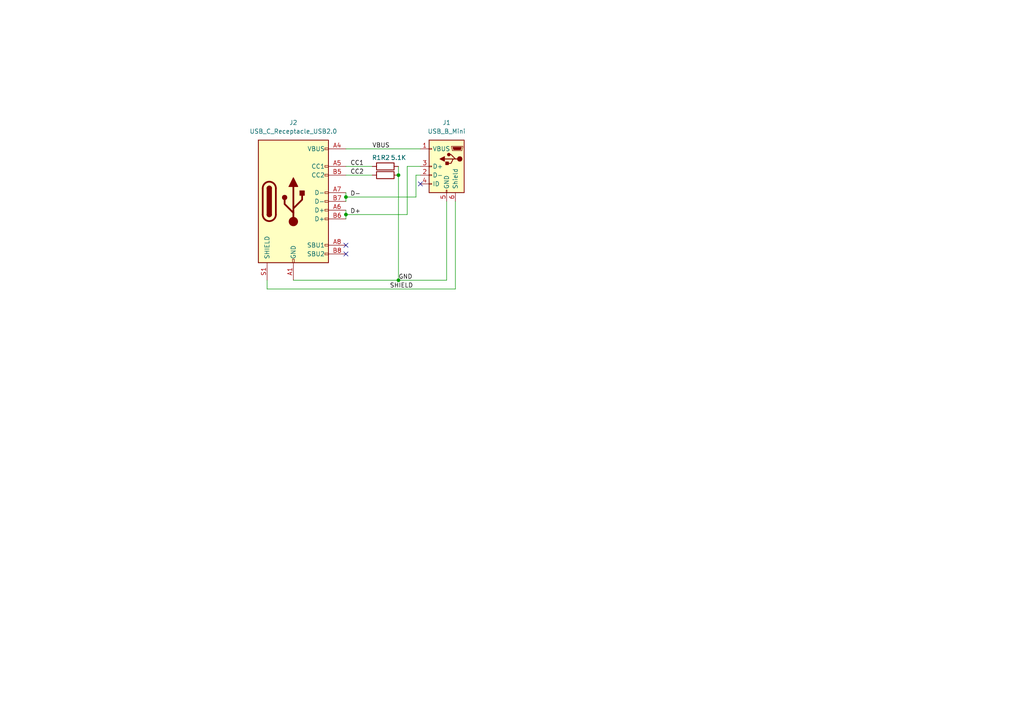
<source format=kicad_sch>
(kicad_sch (version 20230121) (generator eeschema)

  (uuid fa79620b-6c25-4370-a3f5-b12638ef0c93)

  (paper "A4")

  (lib_symbols
    (symbol "Connector:USB_B_Mini" (pin_names (offset 1.016)) (in_bom yes) (on_board yes)
      (property "Reference" "J" (at -5.08 11.43 0)
        (effects (font (size 1.27 1.27)) (justify left))
      )
      (property "Value" "USB_B_Mini" (at -5.08 8.89 0)
        (effects (font (size 1.27 1.27)) (justify left))
      )
      (property "Footprint" "" (at 3.81 -1.27 0)
        (effects (font (size 1.27 1.27)) hide)
      )
      (property "Datasheet" "~" (at 3.81 -1.27 0)
        (effects (font (size 1.27 1.27)) hide)
      )
      (property "ki_keywords" "connector USB mini" (at 0 0 0)
        (effects (font (size 1.27 1.27)) hide)
      )
      (property "ki_description" "USB Mini Type B connector" (at 0 0 0)
        (effects (font (size 1.27 1.27)) hide)
      )
      (property "ki_fp_filters" "USB*" (at 0 0 0)
        (effects (font (size 1.27 1.27)) hide)
      )
      (symbol "USB_B_Mini_0_1"
        (rectangle (start -5.08 -7.62) (end 5.08 7.62)
          (stroke (width 0.254) (type default))
          (fill (type background))
        )
        (circle (center -3.81 2.159) (radius 0.635)
          (stroke (width 0.254) (type default))
          (fill (type outline))
        )
        (circle (center -0.635 3.429) (radius 0.381)
          (stroke (width 0.254) (type default))
          (fill (type outline))
        )
        (rectangle (start -0.127 -7.62) (end 0.127 -6.858)
          (stroke (width 0) (type default))
          (fill (type none))
        )
        (polyline
          (pts
            (xy -1.905 2.159)
            (xy 0.635 2.159)
          )
          (stroke (width 0.254) (type default))
          (fill (type none))
        )
        (polyline
          (pts
            (xy -3.175 2.159)
            (xy -2.54 2.159)
            (xy -1.27 3.429)
            (xy -0.635 3.429)
          )
          (stroke (width 0.254) (type default))
          (fill (type none))
        )
        (polyline
          (pts
            (xy -2.54 2.159)
            (xy -1.905 2.159)
            (xy -1.27 0.889)
            (xy 0 0.889)
          )
          (stroke (width 0.254) (type default))
          (fill (type none))
        )
        (polyline
          (pts
            (xy 0.635 2.794)
            (xy 0.635 1.524)
            (xy 1.905 2.159)
            (xy 0.635 2.794)
          )
          (stroke (width 0.254) (type default))
          (fill (type outline))
        )
        (polyline
          (pts
            (xy -4.318 5.588)
            (xy -1.778 5.588)
            (xy -2.032 4.826)
            (xy -4.064 4.826)
            (xy -4.318 5.588)
          )
          (stroke (width 0) (type default))
          (fill (type outline))
        )
        (polyline
          (pts
            (xy -4.699 5.842)
            (xy -4.699 5.588)
            (xy -4.445 4.826)
            (xy -4.445 4.572)
            (xy -1.651 4.572)
            (xy -1.651 4.826)
            (xy -1.397 5.588)
            (xy -1.397 5.842)
            (xy -4.699 5.842)
          )
          (stroke (width 0) (type default))
          (fill (type none))
        )
        (rectangle (start 0.254 1.27) (end -0.508 0.508)
          (stroke (width 0.254) (type default))
          (fill (type outline))
        )
        (rectangle (start 5.08 -5.207) (end 4.318 -4.953)
          (stroke (width 0) (type default))
          (fill (type none))
        )
        (rectangle (start 5.08 -2.667) (end 4.318 -2.413)
          (stroke (width 0) (type default))
          (fill (type none))
        )
        (rectangle (start 5.08 -0.127) (end 4.318 0.127)
          (stroke (width 0) (type default))
          (fill (type none))
        )
        (rectangle (start 5.08 4.953) (end 4.318 5.207)
          (stroke (width 0) (type default))
          (fill (type none))
        )
      )
      (symbol "USB_B_Mini_1_1"
        (pin power_out line (at 7.62 5.08 180) (length 2.54)
          (name "VBUS" (effects (font (size 1.27 1.27))))
          (number "1" (effects (font (size 1.27 1.27))))
        )
        (pin bidirectional line (at 7.62 -2.54 180) (length 2.54)
          (name "D-" (effects (font (size 1.27 1.27))))
          (number "2" (effects (font (size 1.27 1.27))))
        )
        (pin bidirectional line (at 7.62 0 180) (length 2.54)
          (name "D+" (effects (font (size 1.27 1.27))))
          (number "3" (effects (font (size 1.27 1.27))))
        )
        (pin passive line (at 7.62 -5.08 180) (length 2.54)
          (name "ID" (effects (font (size 1.27 1.27))))
          (number "4" (effects (font (size 1.27 1.27))))
        )
        (pin power_out line (at 0 -10.16 90) (length 2.54)
          (name "GND" (effects (font (size 1.27 1.27))))
          (number "5" (effects (font (size 1.27 1.27))))
        )
        (pin passive line (at -2.54 -10.16 90) (length 2.54)
          (name "Shield" (effects (font (size 1.27 1.27))))
          (number "6" (effects (font (size 1.27 1.27))))
        )
      )
    )
    (symbol "Connector:USB_C_Receptacle_USB2.0" (pin_names (offset 1.016)) (in_bom yes) (on_board yes)
      (property "Reference" "J" (at -10.16 19.05 0)
        (effects (font (size 1.27 1.27)) (justify left))
      )
      (property "Value" "USB_C_Receptacle_USB2.0" (at 19.05 19.05 0)
        (effects (font (size 1.27 1.27)) (justify right))
      )
      (property "Footprint" "" (at 3.81 0 0)
        (effects (font (size 1.27 1.27)) hide)
      )
      (property "Datasheet" "https://www.usb.org/sites/default/files/documents/usb_type-c.zip" (at 3.81 0 0)
        (effects (font (size 1.27 1.27)) hide)
      )
      (property "ki_keywords" "usb universal serial bus type-C USB2.0" (at 0 0 0)
        (effects (font (size 1.27 1.27)) hide)
      )
      (property "ki_description" "USB 2.0-only Type-C Receptacle connector" (at 0 0 0)
        (effects (font (size 1.27 1.27)) hide)
      )
      (property "ki_fp_filters" "USB*C*Receptacle*" (at 0 0 0)
        (effects (font (size 1.27 1.27)) hide)
      )
      (symbol "USB_C_Receptacle_USB2.0_0_0"
        (rectangle (start -0.254 -17.78) (end 0.254 -16.764)
          (stroke (width 0) (type default))
          (fill (type none))
        )
        (rectangle (start 10.16 -14.986) (end 9.144 -15.494)
          (stroke (width 0) (type default))
          (fill (type none))
        )
        (rectangle (start 10.16 -12.446) (end 9.144 -12.954)
          (stroke (width 0) (type default))
          (fill (type none))
        )
        (rectangle (start 10.16 -4.826) (end 9.144 -5.334)
          (stroke (width 0) (type default))
          (fill (type none))
        )
        (rectangle (start 10.16 -2.286) (end 9.144 -2.794)
          (stroke (width 0) (type default))
          (fill (type none))
        )
        (rectangle (start 10.16 0.254) (end 9.144 -0.254)
          (stroke (width 0) (type default))
          (fill (type none))
        )
        (rectangle (start 10.16 2.794) (end 9.144 2.286)
          (stroke (width 0) (type default))
          (fill (type none))
        )
        (rectangle (start 10.16 7.874) (end 9.144 7.366)
          (stroke (width 0) (type default))
          (fill (type none))
        )
        (rectangle (start 10.16 10.414) (end 9.144 9.906)
          (stroke (width 0) (type default))
          (fill (type none))
        )
        (rectangle (start 10.16 15.494) (end 9.144 14.986)
          (stroke (width 0) (type default))
          (fill (type none))
        )
      )
      (symbol "USB_C_Receptacle_USB2.0_0_1"
        (rectangle (start -10.16 17.78) (end 10.16 -17.78)
          (stroke (width 0.254) (type default))
          (fill (type background))
        )
        (arc (start -8.89 -3.81) (mid -6.985 -5.7067) (end -5.08 -3.81)
          (stroke (width 0.508) (type default))
          (fill (type none))
        )
        (arc (start -7.62 -3.81) (mid -6.985 -4.4423) (end -6.35 -3.81)
          (stroke (width 0.254) (type default))
          (fill (type none))
        )
        (arc (start -7.62 -3.81) (mid -6.985 -4.4423) (end -6.35 -3.81)
          (stroke (width 0.254) (type default))
          (fill (type outline))
        )
        (rectangle (start -7.62 -3.81) (end -6.35 3.81)
          (stroke (width 0.254) (type default))
          (fill (type outline))
        )
        (arc (start -6.35 3.81) (mid -6.985 4.4423) (end -7.62 3.81)
          (stroke (width 0.254) (type default))
          (fill (type none))
        )
        (arc (start -6.35 3.81) (mid -6.985 4.4423) (end -7.62 3.81)
          (stroke (width 0.254) (type default))
          (fill (type outline))
        )
        (arc (start -5.08 3.81) (mid -6.985 5.7067) (end -8.89 3.81)
          (stroke (width 0.508) (type default))
          (fill (type none))
        )
        (circle (center -2.54 1.143) (radius 0.635)
          (stroke (width 0.254) (type default))
          (fill (type outline))
        )
        (circle (center 0 -5.842) (radius 1.27)
          (stroke (width 0) (type default))
          (fill (type outline))
        )
        (polyline
          (pts
            (xy -8.89 -3.81)
            (xy -8.89 3.81)
          )
          (stroke (width 0.508) (type default))
          (fill (type none))
        )
        (polyline
          (pts
            (xy -5.08 3.81)
            (xy -5.08 -3.81)
          )
          (stroke (width 0.508) (type default))
          (fill (type none))
        )
        (polyline
          (pts
            (xy 0 -5.842)
            (xy 0 4.318)
          )
          (stroke (width 0.508) (type default))
          (fill (type none))
        )
        (polyline
          (pts
            (xy 0 -3.302)
            (xy -2.54 -0.762)
            (xy -2.54 0.508)
          )
          (stroke (width 0.508) (type default))
          (fill (type none))
        )
        (polyline
          (pts
            (xy 0 -2.032)
            (xy 2.54 0.508)
            (xy 2.54 1.778)
          )
          (stroke (width 0.508) (type default))
          (fill (type none))
        )
        (polyline
          (pts
            (xy -1.27 4.318)
            (xy 0 6.858)
            (xy 1.27 4.318)
            (xy -1.27 4.318)
          )
          (stroke (width 0.254) (type default))
          (fill (type outline))
        )
        (rectangle (start 1.905 1.778) (end 3.175 3.048)
          (stroke (width 0.254) (type default))
          (fill (type outline))
        )
      )
      (symbol "USB_C_Receptacle_USB2.0_1_1"
        (pin passive line (at 0 -22.86 90) (length 5.08)
          (name "GND" (effects (font (size 1.27 1.27))))
          (number "A1" (effects (font (size 1.27 1.27))))
        )
        (pin passive line (at 0 -22.86 90) (length 5.08) hide
          (name "GND" (effects (font (size 1.27 1.27))))
          (number "A12" (effects (font (size 1.27 1.27))))
        )
        (pin passive line (at 15.24 15.24 180) (length 5.08)
          (name "VBUS" (effects (font (size 1.27 1.27))))
          (number "A4" (effects (font (size 1.27 1.27))))
        )
        (pin bidirectional line (at 15.24 10.16 180) (length 5.08)
          (name "CC1" (effects (font (size 1.27 1.27))))
          (number "A5" (effects (font (size 1.27 1.27))))
        )
        (pin bidirectional line (at 15.24 -2.54 180) (length 5.08)
          (name "D+" (effects (font (size 1.27 1.27))))
          (number "A6" (effects (font (size 1.27 1.27))))
        )
        (pin bidirectional line (at 15.24 2.54 180) (length 5.08)
          (name "D-" (effects (font (size 1.27 1.27))))
          (number "A7" (effects (font (size 1.27 1.27))))
        )
        (pin bidirectional line (at 15.24 -12.7 180) (length 5.08)
          (name "SBU1" (effects (font (size 1.27 1.27))))
          (number "A8" (effects (font (size 1.27 1.27))))
        )
        (pin passive line (at 15.24 15.24 180) (length 5.08) hide
          (name "VBUS" (effects (font (size 1.27 1.27))))
          (number "A9" (effects (font (size 1.27 1.27))))
        )
        (pin passive line (at 0 -22.86 90) (length 5.08) hide
          (name "GND" (effects (font (size 1.27 1.27))))
          (number "B1" (effects (font (size 1.27 1.27))))
        )
        (pin passive line (at 0 -22.86 90) (length 5.08) hide
          (name "GND" (effects (font (size 1.27 1.27))))
          (number "B12" (effects (font (size 1.27 1.27))))
        )
        (pin passive line (at 15.24 15.24 180) (length 5.08) hide
          (name "VBUS" (effects (font (size 1.27 1.27))))
          (number "B4" (effects (font (size 1.27 1.27))))
        )
        (pin bidirectional line (at 15.24 7.62 180) (length 5.08)
          (name "CC2" (effects (font (size 1.27 1.27))))
          (number "B5" (effects (font (size 1.27 1.27))))
        )
        (pin bidirectional line (at 15.24 -5.08 180) (length 5.08)
          (name "D+" (effects (font (size 1.27 1.27))))
          (number "B6" (effects (font (size 1.27 1.27))))
        )
        (pin bidirectional line (at 15.24 0 180) (length 5.08)
          (name "D-" (effects (font (size 1.27 1.27))))
          (number "B7" (effects (font (size 1.27 1.27))))
        )
        (pin bidirectional line (at 15.24 -15.24 180) (length 5.08)
          (name "SBU2" (effects (font (size 1.27 1.27))))
          (number "B8" (effects (font (size 1.27 1.27))))
        )
        (pin passive line (at 15.24 15.24 180) (length 5.08) hide
          (name "VBUS" (effects (font (size 1.27 1.27))))
          (number "B9" (effects (font (size 1.27 1.27))))
        )
        (pin passive line (at -7.62 -22.86 90) (length 5.08)
          (name "SHIELD" (effects (font (size 1.27 1.27))))
          (number "S1" (effects (font (size 1.27 1.27))))
        )
      )
    )
    (symbol "Device:R" (pin_numbers hide) (pin_names (offset 0)) (in_bom yes) (on_board yes)
      (property "Reference" "R" (at 2.032 0 90)
        (effects (font (size 1.27 1.27)))
      )
      (property "Value" "R" (at 0 0 90)
        (effects (font (size 1.27 1.27)))
      )
      (property "Footprint" "" (at -1.778 0 90)
        (effects (font (size 1.27 1.27)) hide)
      )
      (property "Datasheet" "~" (at 0 0 0)
        (effects (font (size 1.27 1.27)) hide)
      )
      (property "ki_keywords" "R res resistor" (at 0 0 0)
        (effects (font (size 1.27 1.27)) hide)
      )
      (property "ki_description" "Resistor" (at 0 0 0)
        (effects (font (size 1.27 1.27)) hide)
      )
      (property "ki_fp_filters" "R_*" (at 0 0 0)
        (effects (font (size 1.27 1.27)) hide)
      )
      (symbol "R_0_1"
        (rectangle (start -1.016 -2.54) (end 1.016 2.54)
          (stroke (width 0.254) (type default))
          (fill (type none))
        )
      )
      (symbol "R_1_1"
        (pin passive line (at 0 3.81 270) (length 1.27)
          (name "~" (effects (font (size 1.27 1.27))))
          (number "1" (effects (font (size 1.27 1.27))))
        )
        (pin passive line (at 0 -3.81 90) (length 1.27)
          (name "~" (effects (font (size 1.27 1.27))))
          (number "2" (effects (font (size 1.27 1.27))))
        )
      )
    )
  )

  (junction (at 100.33 62.23) (diameter 0) (color 0 0 0 0)
    (uuid 440d09d4-2fa7-4221-a2ef-46d314733a5e)
  )
  (junction (at 100.33 57.15) (diameter 0) (color 0 0 0 0)
    (uuid a42a20b9-fbcb-4d39-8739-86955c6adb6d)
  )
  (junction (at 115.57 81.28) (diameter 0) (color 0 0 0 0)
    (uuid bb060095-c2ad-4686-9cbc-5beea2c28734)
  )
  (junction (at 115.57 50.8) (diameter 0) (color 0 0 0 0)
    (uuid ce1f72dd-0345-471c-a6df-07bcb62b9b51)
  )

  (no_connect (at 121.92 53.34) (uuid 6971eef9-7e0d-49f4-bbb7-2b18dcfe8deb))
  (no_connect (at 100.33 71.12) (uuid ababdc49-5af7-4e59-b2b7-5c2aa6aff2f3))
  (no_connect (at 100.33 73.66) (uuid c7341a29-0e08-45d4-8d00-1dec1e3ab14f))

  (wire (pts (xy 107.95 48.26) (xy 100.33 48.26))
    (stroke (width 0) (type default))
    (uuid 00c3199f-5396-4b56-afff-fa345495cbec)
  )
  (wire (pts (xy 115.57 50.8) (xy 115.57 81.28))
    (stroke (width 0) (type default))
    (uuid 12669f8d-6036-4e77-81b6-34dcde140ba6)
  )
  (wire (pts (xy 115.57 48.26) (xy 115.57 50.8))
    (stroke (width 0) (type default))
    (uuid 1d1214b8-fbf3-46ff-92d1-6f77b3feaeb0)
  )
  (wire (pts (xy 118.11 48.26) (xy 121.92 48.26))
    (stroke (width 0) (type default))
    (uuid 32b32c05-e5f7-4d8b-ac8f-c79a4d782545)
  )
  (wire (pts (xy 115.57 81.28) (xy 129.54 81.28))
    (stroke (width 0) (type default))
    (uuid 3363cb55-4014-43db-abf0-661e1796a34f)
  )
  (wire (pts (xy 107.95 50.8) (xy 100.33 50.8))
    (stroke (width 0) (type default))
    (uuid 339b1389-1c9e-49eb-b709-0a1b51a50913)
  )
  (wire (pts (xy 100.33 60.96) (xy 100.33 62.23))
    (stroke (width 0) (type default))
    (uuid 3b2858b5-beab-4665-acb1-5417b4539f21)
  )
  (wire (pts (xy 132.08 83.82) (xy 77.47 83.82))
    (stroke (width 0) (type default))
    (uuid 3f37441c-4af2-470f-99a7-a866f0bae509)
  )
  (wire (pts (xy 100.33 62.23) (xy 100.33 63.5))
    (stroke (width 0) (type default))
    (uuid 62501e42-244c-4f29-ac81-3f533a5c1745)
  )
  (wire (pts (xy 120.65 50.8) (xy 121.92 50.8))
    (stroke (width 0) (type default))
    (uuid 66a65fe2-8c60-45b2-8899-c15a21593588)
  )
  (wire (pts (xy 120.65 57.15) (xy 120.65 50.8))
    (stroke (width 0) (type default))
    (uuid 9072c663-f424-4178-9fca-03a13f22d44b)
  )
  (wire (pts (xy 118.11 62.23) (xy 118.11 48.26))
    (stroke (width 0) (type default))
    (uuid 908d3d9d-5a2a-435a-b7fb-ec09fa70d33c)
  )
  (wire (pts (xy 77.47 83.82) (xy 77.47 81.28))
    (stroke (width 0) (type default))
    (uuid aabedefe-f759-4fd0-aad5-5c949f111b03)
  )
  (wire (pts (xy 85.09 81.28) (xy 115.57 81.28))
    (stroke (width 0) (type default))
    (uuid b6e1ba2a-aca8-4d37-8abc-dbf4300bf3db)
  )
  (wire (pts (xy 129.54 81.28) (xy 129.54 58.42))
    (stroke (width 0) (type default))
    (uuid b84358b8-d506-45e2-88f8-94e660e6e505)
  )
  (wire (pts (xy 100.33 57.15) (xy 120.65 57.15))
    (stroke (width 0) (type default))
    (uuid b9af78d3-12df-4e58-a5e4-f00c77629c34)
  )
  (wire (pts (xy 100.33 57.15) (xy 100.33 58.42))
    (stroke (width 0) (type default))
    (uuid bbbaa87a-f04e-4c24-b7a9-ed46fa122dd8)
  )
  (wire (pts (xy 132.08 58.42) (xy 132.08 83.82))
    (stroke (width 0) (type default))
    (uuid d657296f-c189-4e81-acfe-53b2c7a82cce)
  )
  (wire (pts (xy 100.33 62.23) (xy 118.11 62.23))
    (stroke (width 0) (type default))
    (uuid eabd38c7-f7cc-49ac-96be-040adf0476ad)
  )
  (wire (pts (xy 100.33 55.88) (xy 100.33 57.15))
    (stroke (width 0) (type default))
    (uuid ee09e7e2-251e-4cb4-a8b9-9cb9c671d268)
  )
  (wire (pts (xy 100.33 43.18) (xy 121.92 43.18))
    (stroke (width 0) (type default))
    (uuid f55f42ed-3570-428d-87bb-f5ef68a5250d)
  )

  (label "CC2" (at 101.6 50.8 0) (fields_autoplaced)
    (effects (font (size 1.27 1.27)) (justify left bottom))
    (uuid 158adc86-1c77-4b46-86c8-642ecac33d59)
  )
  (label "CC1" (at 101.6 48.26 0) (fields_autoplaced)
    (effects (font (size 1.27 1.27)) (justify left bottom))
    (uuid 23944354-2665-4292-ba52-b85385a23669)
  )
  (label "VBUS" (at 107.95 43.18 0) (fields_autoplaced)
    (effects (font (size 1.27 1.27)) (justify left bottom))
    (uuid 4b5111a5-5d81-4c1e-8b08-999a8662e65b)
  )
  (label "D+" (at 101.6 62.23 0) (fields_autoplaced)
    (effects (font (size 1.27 1.27)) (justify left bottom))
    (uuid 7e2ddda4-e24e-4ab7-bab3-2740b07eff9f)
  )
  (label "GND" (at 115.57 81.28 0) (fields_autoplaced)
    (effects (font (size 1.27 1.27)) (justify left bottom))
    (uuid 9eb22fc4-fc46-4439-9d4c-01fa977b3eee)
  )
  (label "D-" (at 101.6 57.15 0) (fields_autoplaced)
    (effects (font (size 1.27 1.27)) (justify left bottom))
    (uuid eabf6e14-7167-4d8a-95d6-ac0872c3cfd7)
  )
  (label "SHIELD" (at 113.03 83.82 0) (fields_autoplaced)
    (effects (font (size 1.27 1.27)) (justify left bottom))
    (uuid f304c7d7-da2b-4e7d-b125-85213c2eddc0)
  )

  (symbol (lib_id "Device:R") (at 111.76 50.8 90) (unit 1)
    (in_bom yes) (on_board yes) (dnp no)
    (uuid 3eab070b-a793-4701-a1c8-5ce338d00170)
    (property "Reference" "R2" (at 111.76 45.72 90)
      (effects (font (size 1.27 1.27)))
    )
    (property "Value" "5.1K" (at 113.03 53.34 90)
      (effects (font (size 1.27 1.27)) hide)
    )
    (property "Footprint" "Resistor_SMD:R_0402_1005Metric_Pad0.72x0.64mm_HandSolder" (at 111.76 52.578 90)
      (effects (font (size 1.27 1.27)) hide)
    )
    (property "Datasheet" "~" (at 111.76 50.8 0)
      (effects (font (size 1.27 1.27)) hide)
    )
    (pin "1" (uuid a44d7568-9157-4ccc-b4cc-441bb90658c1))
    (pin "2" (uuid aa27d272-b17d-4a9a-b9c0-a229bac618b2))
    (instances
      (project "tascamusbc"
        (path "/fa79620b-6c25-4370-a3f5-b12638ef0c93"
          (reference "R2") (unit 1)
        )
      )
    )
  )

  (symbol (lib_id "Device:R") (at 111.76 48.26 90) (unit 1)
    (in_bom yes) (on_board yes) (dnp no)
    (uuid f27bf905-79b2-4265-9596-1678cddbf764)
    (property "Reference" "R1" (at 109.22 45.72 90)
      (effects (font (size 1.27 1.27)))
    )
    (property "Value" "5.1K" (at 115.57 45.72 90)
      (effects (font (size 1.27 1.27)))
    )
    (property "Footprint" "Resistor_SMD:R_0402_1005Metric_Pad0.72x0.64mm_HandSolder" (at 111.76 50.038 90)
      (effects (font (size 1.27 1.27)) hide)
    )
    (property "Datasheet" "~" (at 111.76 48.26 0)
      (effects (font (size 1.27 1.27)) hide)
    )
    (pin "1" (uuid 850280c8-5f83-421d-8b3a-f5dcd0e82cca))
    (pin "2" (uuid 66b206a2-daff-4d1f-850c-ee3fd90fff80))
    (instances
      (project "tascamusbc"
        (path "/fa79620b-6c25-4370-a3f5-b12638ef0c93"
          (reference "R1") (unit 1)
        )
      )
    )
  )

  (symbol (lib_id "Connector:USB_B_Mini") (at 129.54 48.26 0) (mirror y) (unit 1)
    (in_bom yes) (on_board yes) (dnp no)
    (uuid fd8baf9a-4367-4bc2-8472-6a7a12a8fba4)
    (property "Reference" "J1" (at 129.54 35.56 0)
      (effects (font (size 1.27 1.27)))
    )
    (property "Value" "USB_B_Mini" (at 129.54 38.1 0)
      (effects (font (size 1.27 1.27)))
    )
    (property "Footprint" "Connector_USB:USB_Mini-B_Wuerth_65100516121_Horizontal" (at 125.73 49.53 0)
      (effects (font (size 1.27 1.27)) hide)
    )
    (property "Datasheet" "~" (at 125.73 49.53 0)
      (effects (font (size 1.27 1.27)) hide)
    )
    (pin "2" (uuid 2ba12522-247a-4c15-a55c-1bc345ab1cd8))
    (pin "3" (uuid c965c9a6-e332-4cfe-931a-26f319210fcb))
    (pin "4" (uuid 9188827c-b9ac-410f-b956-60b29e222920))
    (pin "5" (uuid 808efe67-34b4-4ef6-a932-254c4d92a6db))
    (pin "1" (uuid 5b0a5055-0d6d-43c9-be89-311e16b31ee6))
    (pin "6" (uuid b535a517-9260-4dbb-962a-59929b536c80))
    (instances
      (project "tascamusbc"
        (path "/fa79620b-6c25-4370-a3f5-b12638ef0c93"
          (reference "J1") (unit 1)
        )
      )
    )
  )

  (symbol (lib_id "Connector:USB_C_Receptacle_USB2.0") (at 85.09 58.42 0) (unit 1)
    (in_bom yes) (on_board yes) (dnp no) (fields_autoplaced)
    (uuid ff16286d-7d90-49ce-88ca-c98a557fa9c2)
    (property "Reference" "J2" (at 85.09 35.56 0)
      (effects (font (size 1.27 1.27)))
    )
    (property "Value" "USB_C_Receptacle_USB2.0" (at 85.09 38.1 0)
      (effects (font (size 1.27 1.27)))
    )
    (property "Footprint" "Connector_USB:USB_C_Receptacle_GCT_USB4105-xx-A_16P_TopMnt_Horizontal" (at 88.9 58.42 0)
      (effects (font (size 1.27 1.27)) hide)
    )
    (property "Datasheet" "https://www.usb.org/sites/default/files/documents/usb_type-c.zip" (at 88.9 58.42 0)
      (effects (font (size 1.27 1.27)) hide)
    )
    (pin "B8" (uuid 2c23b595-7f00-49c3-8b4a-98243fff5cdb))
    (pin "B12" (uuid f971585d-ce06-475b-be9e-518d972af9de))
    (pin "S1" (uuid 7209c2a0-6364-4fbe-9796-8eaac8e0a3eb))
    (pin "B4" (uuid 3d087f2d-a848-43ad-abf5-608d6a6c088e))
    (pin "B5" (uuid 106fd3b0-bf40-4ca6-b13f-662789144553))
    (pin "A12" (uuid 3d590d43-5d59-48e2-abd7-b7ecd088a691))
    (pin "B9" (uuid 2f018d74-fa9f-4a28-b553-4d902376068b))
    (pin "B6" (uuid ab411312-3cea-4bdb-b4eb-a7ab69411951))
    (pin "A1" (uuid 4c85262d-b74a-43b8-b5e5-5a8d2d8170fa))
    (pin "A7" (uuid a96bcdb9-f942-4f01-903c-a6ad3882c057))
    (pin "B1" (uuid b8c1fd79-996e-4d28-a7f3-43a54226704e))
    (pin "A6" (uuid 305ec2b4-cf6c-4945-9a29-203474c99be3))
    (pin "A5" (uuid 47dccd4a-d339-4bcd-bfd5-b7928edf07d1))
    (pin "A4" (uuid 72c1b6a3-071a-42ff-b578-a962ac88b1a8))
    (pin "B7" (uuid f416a63b-40d4-4555-8448-baba7352f0d6))
    (pin "A8" (uuid f11c0d6b-89da-41f8-bd1b-fb314776afaf))
    (pin "A9" (uuid b8653c79-b2fd-40cf-bac9-1efedf1b7513))
    (instances
      (project "tascamusbc"
        (path "/fa79620b-6c25-4370-a3f5-b12638ef0c93"
          (reference "J2") (unit 1)
        )
      )
    )
  )

  (sheet_instances
    (path "/" (page "1"))
  )
)

</source>
